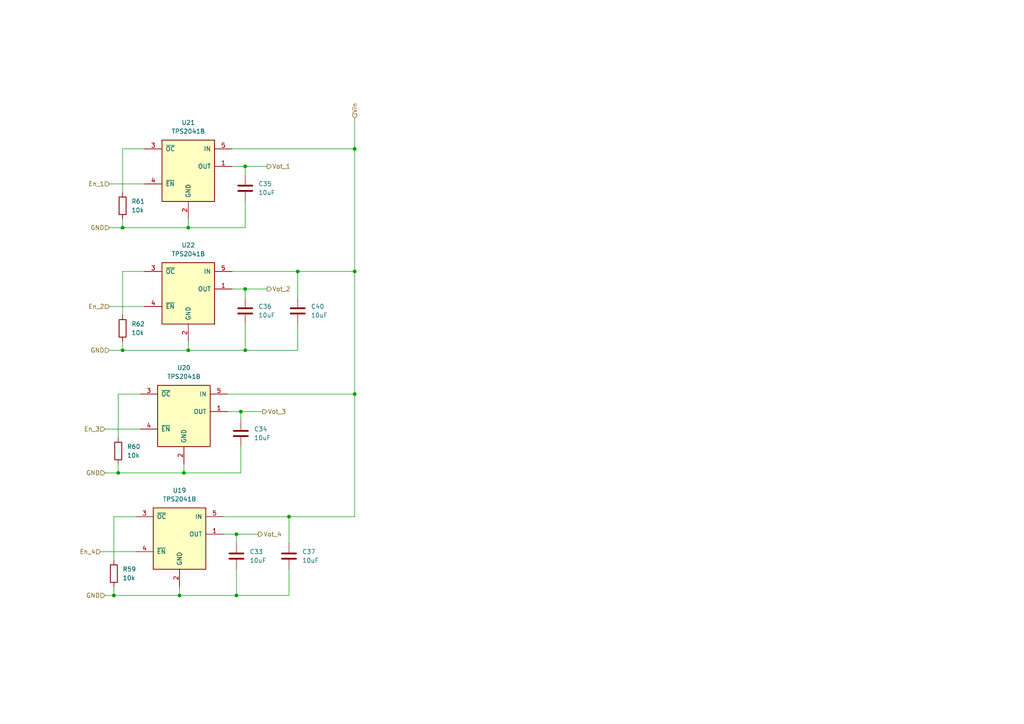
<source format=kicad_sch>
(kicad_sch (version 20211123) (generator eeschema)

  (uuid 91ee75e8-166d-4641-8ca1-9d0d77b8ae9b)

  (paper "A4")

  (lib_symbols
    (symbol "Device:C" (pin_numbers hide) (pin_names (offset 0.254)) (in_bom yes) (on_board yes)
      (property "Reference" "C" (id 0) (at 0.635 2.54 0)
        (effects (font (size 1.27 1.27)) (justify left))
      )
      (property "Value" "C" (id 1) (at 0.635 -2.54 0)
        (effects (font (size 1.27 1.27)) (justify left))
      )
      (property "Footprint" "" (id 2) (at 0.9652 -3.81 0)
        (effects (font (size 1.27 1.27)) hide)
      )
      (property "Datasheet" "~" (id 3) (at 0 0 0)
        (effects (font (size 1.27 1.27)) hide)
      )
      (property "ki_keywords" "cap capacitor" (id 4) (at 0 0 0)
        (effects (font (size 1.27 1.27)) hide)
      )
      (property "ki_description" "Unpolarized capacitor" (id 5) (at 0 0 0)
        (effects (font (size 1.27 1.27)) hide)
      )
      (property "ki_fp_filters" "C_*" (id 6) (at 0 0 0)
        (effects (font (size 1.27 1.27)) hide)
      )
      (symbol "C_0_1"
        (polyline
          (pts
            (xy -2.032 -0.762)
            (xy 2.032 -0.762)
          )
          (stroke (width 0.508) (type default) (color 0 0 0 0))
          (fill (type none))
        )
        (polyline
          (pts
            (xy -2.032 0.762)
            (xy 2.032 0.762)
          )
          (stroke (width 0.508) (type default) (color 0 0 0 0))
          (fill (type none))
        )
      )
      (symbol "C_1_1"
        (pin passive line (at 0 3.81 270) (length 2.794)
          (name "~" (effects (font (size 1.27 1.27))))
          (number "1" (effects (font (size 1.27 1.27))))
        )
        (pin passive line (at 0 -3.81 90) (length 2.794)
          (name "~" (effects (font (size 1.27 1.27))))
          (number "2" (effects (font (size 1.27 1.27))))
        )
      )
    )
    (symbol "Device:R" (pin_numbers hide) (pin_names (offset 0)) (in_bom yes) (on_board yes)
      (property "Reference" "R" (id 0) (at 2.032 0 90)
        (effects (font (size 1.27 1.27)))
      )
      (property "Value" "R" (id 1) (at 0 0 90)
        (effects (font (size 1.27 1.27)))
      )
      (property "Footprint" "" (id 2) (at -1.778 0 90)
        (effects (font (size 1.27 1.27)) hide)
      )
      (property "Datasheet" "~" (id 3) (at 0 0 0)
        (effects (font (size 1.27 1.27)) hide)
      )
      (property "ki_keywords" "R res resistor" (id 4) (at 0 0 0)
        (effects (font (size 1.27 1.27)) hide)
      )
      (property "ki_description" "Resistor" (id 5) (at 0 0 0)
        (effects (font (size 1.27 1.27)) hide)
      )
      (property "ki_fp_filters" "R_*" (id 6) (at 0 0 0)
        (effects (font (size 1.27 1.27)) hide)
      )
      (symbol "R_0_1"
        (rectangle (start -1.016 -2.54) (end 1.016 2.54)
          (stroke (width 0.254) (type default) (color 0 0 0 0))
          (fill (type none))
        )
      )
      (symbol "R_1_1"
        (pin passive line (at 0 3.81 270) (length 1.27)
          (name "~" (effects (font (size 1.27 1.27))))
          (number "1" (effects (font (size 1.27 1.27))))
        )
        (pin passive line (at 0 -3.81 90) (length 1.27)
          (name "~" (effects (font (size 1.27 1.27))))
          (number "2" (effects (font (size 1.27 1.27))))
        )
      )
    )
    (symbol "Power_Management:TPS2041B" (pin_names (offset 1.016)) (in_bom yes) (on_board yes)
      (property "Reference" "U" (id 0) (at 0 10.795 0)
        (effects (font (size 1.27 1.27)))
      )
      (property "Value" "TPS2041B" (id 1) (at 0 8.89 0)
        (effects (font (size 1.27 1.27)))
      )
      (property "Footprint" "Package_TO_SOT_SMD:SOT-23-5" (id 2) (at 0 12.7 0)
        (effects (font (size 1.27 1.27)) hide)
      )
      (property "Datasheet" "http://www.ti.com/lit/ds/symlink/tps2041.pdf" (id 3) (at -1.27 7.62 0)
        (effects (font (size 1.27 1.27)) hide)
      )
      (property "ki_keywords" "1-chanel power-distribution USB" (id 4) (at 0 0 0)
        (effects (font (size 1.27 1.27)) hide)
      )
      (property "ki_description" "Single power-distribution switcher" (id 5) (at 0 0 0)
        (effects (font (size 1.27 1.27)) hide)
      )
      (property "ki_fp_filters" "SOT?23*" (id 6) (at 0 0 0)
        (effects (font (size 1.27 1.27)) hide)
      )
      (symbol "TPS2041B_0_1"
        (rectangle (start -7.62 7.62) (end 7.62 -10.16)
          (stroke (width 0.254) (type default) (color 0 0 0 0))
          (fill (type background))
        )
      )
      (symbol "TPS2041B_1_1"
        (pin power_out line (at 12.7 0 180) (length 5.08)
          (name "OUT" (effects (font (size 1.27 1.27))))
          (number "1" (effects (font (size 1.27 1.27))))
        )
        (pin power_in line (at 0 -15.24 90) (length 5.08)
          (name "GND" (effects (font (size 1.27 1.27))))
          (number "2" (effects (font (size 1.27 1.27))))
        )
        (pin open_collector line (at -12.7 5.08 0) (length 5.08)
          (name "~{OC}" (effects (font (size 1.27 1.27))))
          (number "3" (effects (font (size 1.27 1.27))))
        )
        (pin input line (at -12.7 -5.08 0) (length 5.08)
          (name "~{EN}" (effects (font (size 1.27 1.27))))
          (number "4" (effects (font (size 1.27 1.27))))
        )
        (pin power_in line (at 12.7 5.08 180) (length 5.08)
          (name "IN" (effects (font (size 1.27 1.27))))
          (number "5" (effects (font (size 1.27 1.27))))
        )
      )
    )
  )

  (junction (at 35.56 66.04) (diameter 0) (color 0 0 0 0)
    (uuid 050f2069-9cb2-48b4-a97e-dc0a5db4f70b)
  )
  (junction (at 54.61 101.6) (diameter 0) (color 0 0 0 0)
    (uuid 099c0fb1-d8a2-4078-aff2-c783f9717ac9)
  )
  (junction (at 33.02 172.72) (diameter 0) (color 0 0 0 0)
    (uuid 0fca46f1-adc9-4954-bd8b-9ab6571d3913)
  )
  (junction (at 102.87 78.74) (diameter 0) (color 0 0 0 0)
    (uuid 1f07bde9-892f-4cfb-b824-7fcd963cf544)
  )
  (junction (at 34.29 137.16) (diameter 0) (color 0 0 0 0)
    (uuid 3564eee7-f3bc-4136-b291-7df6d02fe56f)
  )
  (junction (at 35.56 101.6) (diameter 0) (color 0 0 0 0)
    (uuid 3e2a5440-7f95-4db3-bd53-7cb13437ea5d)
  )
  (junction (at 53.34 137.16) (diameter 0) (color 0 0 0 0)
    (uuid 55cae390-a62e-4858-b6c5-41cb89be0959)
  )
  (junction (at 54.61 66.04) (diameter 0) (color 0 0 0 0)
    (uuid 83b509c7-b7bd-47af-a45e-a64cb81b865c)
  )
  (junction (at 69.85 119.38) (diameter 0) (color 0 0 0 0)
    (uuid 9c2768b0-8404-4f82-ac57-7f28dfb96889)
  )
  (junction (at 71.12 101.6) (diameter 0) (color 0 0 0 0)
    (uuid 9f7dbf0a-a3b8-4695-93f6-a43d50965697)
  )
  (junction (at 86.36 78.74) (diameter 0) (color 0 0 0 0)
    (uuid af3e5b94-7a14-4311-93c7-a4e995ecdb48)
  )
  (junction (at 83.82 149.86) (diameter 0) (color 0 0 0 0)
    (uuid b50a7d60-32a6-4e1e-8ac3-985bfb1b9ea6)
  )
  (junction (at 52.07 172.72) (diameter 0) (color 0 0 0 0)
    (uuid be6665ee-6e5a-42e7-8f68-17041b23e2c0)
  )
  (junction (at 102.87 114.3) (diameter 0) (color 0 0 0 0)
    (uuid be68fdb9-2024-4f67-89c4-74abfe04a896)
  )
  (junction (at 71.12 48.26) (diameter 0) (color 0 0 0 0)
    (uuid bf640a45-308b-47b4-96ad-64eaa823318d)
  )
  (junction (at 102.87 43.18) (diameter 0) (color 0 0 0 0)
    (uuid d9b7459c-5fe4-4d38-a216-3c2fda5f62dd)
  )
  (junction (at 71.12 83.82) (diameter 0) (color 0 0 0 0)
    (uuid e8c35112-8390-4bda-bb25-13380df3bd2b)
  )
  (junction (at 68.58 172.72) (diameter 0) (color 0 0 0 0)
    (uuid f90f2c42-b3ec-4a0f-87e4-ddbb6d4b63cb)
  )
  (junction (at 68.58 154.94) (diameter 0) (color 0 0 0 0)
    (uuid fa05818c-5972-4977-8048-c1315b7c4381)
  )

  (wire (pts (xy 71.12 58.42) (xy 71.12 66.04))
    (stroke (width 0) (type default) (color 0 0 0 0))
    (uuid 04aea10a-ef99-4238-9c6d-f7e7676fbed6)
  )
  (wire (pts (xy 31.75 101.6) (xy 35.56 101.6))
    (stroke (width 0) (type default) (color 0 0 0 0))
    (uuid 107a35d6-97ef-4d20-8cf0-6ca2dc7a6282)
  )
  (wire (pts (xy 83.82 172.72) (xy 83.82 165.1))
    (stroke (width 0) (type default) (color 0 0 0 0))
    (uuid 1240e7f1-c2f9-4df6-b12f-79340de71b41)
  )
  (wire (pts (xy 33.02 172.72) (xy 52.07 172.72))
    (stroke (width 0) (type default) (color 0 0 0 0))
    (uuid 1cf6fc26-56d5-4a88-8b0a-97bc26943e1c)
  )
  (wire (pts (xy 54.61 101.6) (xy 71.12 101.6))
    (stroke (width 0) (type default) (color 0 0 0 0))
    (uuid 206124ff-cddd-4c10-8dbb-be347e12e773)
  )
  (wire (pts (xy 69.85 129.54) (xy 69.85 137.16))
    (stroke (width 0) (type default) (color 0 0 0 0))
    (uuid 210011cb-3d91-4e97-a689-35f577869892)
  )
  (wire (pts (xy 33.02 162.56) (xy 33.02 149.86))
    (stroke (width 0) (type default) (color 0 0 0 0))
    (uuid 25227d33-4f74-4228-87d5-d1a00ca7dd09)
  )
  (wire (pts (xy 54.61 63.5) (xy 54.61 66.04))
    (stroke (width 0) (type default) (color 0 0 0 0))
    (uuid 28d67704-51bc-41a9-a5fe-cba481da83fa)
  )
  (wire (pts (xy 71.12 48.26) (xy 77.47 48.26))
    (stroke (width 0) (type default) (color 0 0 0 0))
    (uuid 2dde80bc-6824-4dfb-a2fb-1cded4361f10)
  )
  (wire (pts (xy 86.36 78.74) (xy 102.87 78.74))
    (stroke (width 0) (type default) (color 0 0 0 0))
    (uuid 2e52b452-b670-4b38-94e5-6ec911d93e3b)
  )
  (wire (pts (xy 71.12 83.82) (xy 77.47 83.82))
    (stroke (width 0) (type default) (color 0 0 0 0))
    (uuid 3098f4a0-5644-4ff5-8317-a7e36a132f4f)
  )
  (wire (pts (xy 67.31 78.74) (xy 86.36 78.74))
    (stroke (width 0) (type default) (color 0 0 0 0))
    (uuid 33abd493-7fff-4de3-ba4d-534bfe708dea)
  )
  (wire (pts (xy 30.48 124.46) (xy 40.64 124.46))
    (stroke (width 0) (type default) (color 0 0 0 0))
    (uuid 372e2750-fd25-4efd-92e5-3e8e2c86c53b)
  )
  (wire (pts (xy 69.85 119.38) (xy 76.2 119.38))
    (stroke (width 0) (type default) (color 0 0 0 0))
    (uuid 3daba27b-c241-41a7-82e0-d55c9f0fa974)
  )
  (wire (pts (xy 34.29 134.62) (xy 34.29 137.16))
    (stroke (width 0) (type default) (color 0 0 0 0))
    (uuid 435f3a0a-dbd3-49ea-a0c1-d022a0aaf86e)
  )
  (wire (pts (xy 66.04 119.38) (xy 69.85 119.38))
    (stroke (width 0) (type default) (color 0 0 0 0))
    (uuid 44d9b98f-319d-4678-b25b-bfbed2649071)
  )
  (wire (pts (xy 35.56 63.5) (xy 35.56 66.04))
    (stroke (width 0) (type default) (color 0 0 0 0))
    (uuid 4fbbb1bf-a061-408c-a551-965096a3a39c)
  )
  (wire (pts (xy 64.77 149.86) (xy 83.82 149.86))
    (stroke (width 0) (type default) (color 0 0 0 0))
    (uuid 57198693-56d1-47bd-8356-d55a37a8a434)
  )
  (wire (pts (xy 102.87 34.29) (xy 102.87 43.18))
    (stroke (width 0) (type default) (color 0 0 0 0))
    (uuid 6039ecda-5942-4d8f-a22c-99f04cc809a3)
  )
  (wire (pts (xy 31.75 53.34) (xy 41.91 53.34))
    (stroke (width 0) (type default) (color 0 0 0 0))
    (uuid 616ec891-393d-489b-8d6d-a102470c6806)
  )
  (wire (pts (xy 53.34 137.16) (xy 69.85 137.16))
    (stroke (width 0) (type default) (color 0 0 0 0))
    (uuid 61dc0ae4-73d8-44d1-b6b5-82a9a414c3b0)
  )
  (wire (pts (xy 102.87 43.18) (xy 102.87 78.74))
    (stroke (width 0) (type default) (color 0 0 0 0))
    (uuid 62c30732-3f0c-4417-87b8-a43f44dd2b22)
  )
  (wire (pts (xy 67.31 48.26) (xy 71.12 48.26))
    (stroke (width 0) (type default) (color 0 0 0 0))
    (uuid 690dbdcf-c4a3-4230-9cf7-c1e6f35644d8)
  )
  (wire (pts (xy 86.36 101.6) (xy 86.36 93.98))
    (stroke (width 0) (type default) (color 0 0 0 0))
    (uuid 6a4b55c6-37a1-4681-a437-4f2ec8ebee2b)
  )
  (wire (pts (xy 102.87 78.74) (xy 102.87 114.3))
    (stroke (width 0) (type default) (color 0 0 0 0))
    (uuid 7834c734-0c6c-407f-8025-e0fd78775a2a)
  )
  (wire (pts (xy 30.48 172.72) (xy 33.02 172.72))
    (stroke (width 0) (type default) (color 0 0 0 0))
    (uuid 78759b09-670b-44f9-a40b-e801ef194c79)
  )
  (wire (pts (xy 71.12 48.26) (xy 71.12 50.8))
    (stroke (width 0) (type default) (color 0 0 0 0))
    (uuid 7d972af6-0d60-436c-88ff-07fdaa77565f)
  )
  (wire (pts (xy 68.58 165.1) (xy 68.58 172.72))
    (stroke (width 0) (type default) (color 0 0 0 0))
    (uuid 81d02859-c30c-4ae7-9ac6-4611361ba04a)
  )
  (wire (pts (xy 35.56 91.44) (xy 35.56 78.74))
    (stroke (width 0) (type default) (color 0 0 0 0))
    (uuid 873eaa3d-0ade-4c5b-b124-5664f7940f6f)
  )
  (wire (pts (xy 30.48 137.16) (xy 34.29 137.16))
    (stroke (width 0) (type default) (color 0 0 0 0))
    (uuid 8bfd1a0e-2685-42eb-8aac-be44262bad93)
  )
  (wire (pts (xy 68.58 172.72) (xy 83.82 172.72))
    (stroke (width 0) (type default) (color 0 0 0 0))
    (uuid 8d180443-c2e1-4efe-8697-062d82bfe04c)
  )
  (wire (pts (xy 71.12 83.82) (xy 71.12 86.36))
    (stroke (width 0) (type default) (color 0 0 0 0))
    (uuid 91f88085-3470-4b2b-9e6a-b5c0068f87f8)
  )
  (wire (pts (xy 35.56 99.06) (xy 35.56 101.6))
    (stroke (width 0) (type default) (color 0 0 0 0))
    (uuid 924832c4-ca2a-4a34-9ef3-bd7ec8859a5e)
  )
  (wire (pts (xy 71.12 93.98) (xy 71.12 101.6))
    (stroke (width 0) (type default) (color 0 0 0 0))
    (uuid 93e6d2b1-9ba2-4723-b345-81c46d8e5338)
  )
  (wire (pts (xy 35.56 66.04) (xy 54.61 66.04))
    (stroke (width 0) (type default) (color 0 0 0 0))
    (uuid 96a2fa0e-7bd8-4261-9ade-1ad141be5bd5)
  )
  (wire (pts (xy 35.56 43.18) (xy 41.91 43.18))
    (stroke (width 0) (type default) (color 0 0 0 0))
    (uuid a25cd86c-cdda-4de1-9428-4fc87191f9a2)
  )
  (wire (pts (xy 31.75 66.04) (xy 35.56 66.04))
    (stroke (width 0) (type default) (color 0 0 0 0))
    (uuid ab10238a-1421-4681-9124-24a7d4f6416f)
  )
  (wire (pts (xy 35.56 55.88) (xy 35.56 43.18))
    (stroke (width 0) (type default) (color 0 0 0 0))
    (uuid ab7284c3-8b9a-4fcf-80f0-08b42dc12a01)
  )
  (wire (pts (xy 34.29 127) (xy 34.29 114.3))
    (stroke (width 0) (type default) (color 0 0 0 0))
    (uuid ad2056e7-64ce-4bbe-8ccd-a060f00fd788)
  )
  (wire (pts (xy 35.56 78.74) (xy 41.91 78.74))
    (stroke (width 0) (type default) (color 0 0 0 0))
    (uuid b1d18c23-6a0f-40a7-805c-ac87377888be)
  )
  (wire (pts (xy 53.34 134.62) (xy 53.34 137.16))
    (stroke (width 0) (type default) (color 0 0 0 0))
    (uuid b2b25197-7f43-4bc5-acbb-dd6f902fe604)
  )
  (wire (pts (xy 29.21 160.02) (xy 39.37 160.02))
    (stroke (width 0) (type default) (color 0 0 0 0))
    (uuid b3c3017c-cba5-4903-9bdf-aa8f2e45ed1d)
  )
  (wire (pts (xy 33.02 170.18) (xy 33.02 172.72))
    (stroke (width 0) (type default) (color 0 0 0 0))
    (uuid b4b480c9-6e27-42ee-b16a-d3582a030239)
  )
  (wire (pts (xy 52.07 170.18) (xy 52.07 172.72))
    (stroke (width 0) (type default) (color 0 0 0 0))
    (uuid b585c61b-0959-4a74-bb55-4e1ca429c5f2)
  )
  (wire (pts (xy 102.87 114.3) (xy 102.87 149.86))
    (stroke (width 0) (type default) (color 0 0 0 0))
    (uuid b60bcb12-b078-464b-9938-74f949cb1aca)
  )
  (wire (pts (xy 102.87 149.86) (xy 83.82 149.86))
    (stroke (width 0) (type default) (color 0 0 0 0))
    (uuid b6a3036d-a7f3-4d2b-83fe-3d11da3a1dfb)
  )
  (wire (pts (xy 64.77 154.94) (xy 68.58 154.94))
    (stroke (width 0) (type default) (color 0 0 0 0))
    (uuid be16dedf-f708-4b82-83be-364bbb2a7af2)
  )
  (wire (pts (xy 68.58 154.94) (xy 68.58 157.48))
    (stroke (width 0) (type default) (color 0 0 0 0))
    (uuid be5c1348-9ed8-4c4f-bb6f-57188ecaa6bf)
  )
  (wire (pts (xy 33.02 149.86) (xy 39.37 149.86))
    (stroke (width 0) (type default) (color 0 0 0 0))
    (uuid bfc72b3b-105f-46f6-89d5-46269ae7711d)
  )
  (wire (pts (xy 68.58 154.94) (xy 74.93 154.94))
    (stroke (width 0) (type default) (color 0 0 0 0))
    (uuid c2c245b5-130a-4863-afed-15f3f9def661)
  )
  (wire (pts (xy 34.29 114.3) (xy 40.64 114.3))
    (stroke (width 0) (type default) (color 0 0 0 0))
    (uuid c2d5281c-959d-46c0-a7ab-9cd1dedd2523)
  )
  (wire (pts (xy 86.36 78.74) (xy 86.36 86.36))
    (stroke (width 0) (type default) (color 0 0 0 0))
    (uuid c5d0ae7b-5625-492e-a0e0-81640b9a1683)
  )
  (wire (pts (xy 67.31 43.18) (xy 102.87 43.18))
    (stroke (width 0) (type default) (color 0 0 0 0))
    (uuid cb353a3e-1674-45dd-8692-23f36931d787)
  )
  (wire (pts (xy 71.12 101.6) (xy 86.36 101.6))
    (stroke (width 0) (type default) (color 0 0 0 0))
    (uuid cf8d683d-bdc0-4781-9279-b91c0ef6c69e)
  )
  (wire (pts (xy 34.29 137.16) (xy 53.34 137.16))
    (stroke (width 0) (type default) (color 0 0 0 0))
    (uuid d40c7184-1332-4c49-8d06-7eb7913a6a92)
  )
  (wire (pts (xy 35.56 101.6) (xy 54.61 101.6))
    (stroke (width 0) (type default) (color 0 0 0 0))
    (uuid e075f64b-bb35-4aba-a7fc-0be89acd8160)
  )
  (wire (pts (xy 66.04 114.3) (xy 102.87 114.3))
    (stroke (width 0) (type default) (color 0 0 0 0))
    (uuid e20a17bd-39fc-4be6-b999-60f9bde7a60a)
  )
  (wire (pts (xy 83.82 149.86) (xy 83.82 157.48))
    (stroke (width 0) (type default) (color 0 0 0 0))
    (uuid e79ca83f-2596-4669-ae9d-15dd2f9ed7c1)
  )
  (wire (pts (xy 52.07 172.72) (xy 68.58 172.72))
    (stroke (width 0) (type default) (color 0 0 0 0))
    (uuid f0e27480-cdf2-4885-a310-406fdc91d678)
  )
  (wire (pts (xy 67.31 83.82) (xy 71.12 83.82))
    (stroke (width 0) (type default) (color 0 0 0 0))
    (uuid f1e31a44-18cd-43f5-a0d3-dfbad004a5cd)
  )
  (wire (pts (xy 31.75 88.9) (xy 41.91 88.9))
    (stroke (width 0) (type default) (color 0 0 0 0))
    (uuid f3b4412e-8a4c-4a55-bc38-ae35d8bee6ab)
  )
  (wire (pts (xy 54.61 66.04) (xy 71.12 66.04))
    (stroke (width 0) (type default) (color 0 0 0 0))
    (uuid f971c771-083b-4871-93a3-5b5a475f8e52)
  )
  (wire (pts (xy 54.61 99.06) (xy 54.61 101.6))
    (stroke (width 0) (type default) (color 0 0 0 0))
    (uuid f9a3ad26-c474-4fa2-af27-7867bacc880a)
  )
  (wire (pts (xy 69.85 119.38) (xy 69.85 121.92))
    (stroke (width 0) (type default) (color 0 0 0 0))
    (uuid fe4e5d19-b75c-4c56-b7a6-caf13290a5cc)
  )

  (hierarchical_label "Vot_4" (shape output) (at 74.93 154.94 0)
    (effects (font (size 1.27 1.27)) (justify left))
    (uuid 05646a0d-c019-4d9f-aee3-3578cb2556ef)
  )
  (hierarchical_label "GND" (shape input) (at 31.75 66.04 180)
    (effects (font (size 1.27 1.27)) (justify right))
    (uuid 0dd419fa-9768-4a54-881d-36873d1a3cb4)
  )
  (hierarchical_label "Vot_1" (shape output) (at 77.47 48.26 0)
    (effects (font (size 1.27 1.27)) (justify left))
    (uuid 247d5b69-4ce2-4e90-9101-ef112f66e2f4)
  )
  (hierarchical_label "En_1" (shape input) (at 31.75 53.34 180)
    (effects (font (size 1.27 1.27)) (justify right))
    (uuid 2a7e3715-37d8-4240-90c6-22491b19eadc)
  )
  (hierarchical_label "En_2" (shape input) (at 31.75 88.9 180)
    (effects (font (size 1.27 1.27)) (justify right))
    (uuid 306b0453-b547-4a5e-8c33-e81ef7591b0d)
  )
  (hierarchical_label "En_3" (shape input) (at 30.48 124.46 180)
    (effects (font (size 1.27 1.27)) (justify right))
    (uuid 63d5b769-cdca-4a91-96fa-2c1acda6836f)
  )
  (hierarchical_label "GND" (shape input) (at 31.75 101.6 180)
    (effects (font (size 1.27 1.27)) (justify right))
    (uuid 77df0731-5458-4e01-b42d-cf529f9e8a52)
  )
  (hierarchical_label "GND" (shape input) (at 30.48 137.16 180)
    (effects (font (size 1.27 1.27)) (justify right))
    (uuid 79848954-d5f7-4d4e-b447-535808a17380)
  )
  (hierarchical_label "Vot_3" (shape output) (at 76.2 119.38 0)
    (effects (font (size 1.27 1.27)) (justify left))
    (uuid 973e5ab2-3378-4c8d-b31e-bbd033d13f13)
  )
  (hierarchical_label "En_4" (shape input) (at 29.21 160.02 180)
    (effects (font (size 1.27 1.27)) (justify right))
    (uuid b102bac7-d755-4f62-8984-081e8d1a5c75)
  )
  (hierarchical_label "Vot_2" (shape output) (at 77.47 83.82 0)
    (effects (font (size 1.27 1.27)) (justify left))
    (uuid b17886e5-135e-441d-95d1-3b9b00ea9887)
  )
  (hierarchical_label "Vin" (shape input) (at 102.87 34.29 90)
    (effects (font (size 1.27 1.27)) (justify left))
    (uuid c1a97ffa-6f32-4462-946d-844a32f93891)
  )
  (hierarchical_label "GND" (shape input) (at 30.48 172.72 180)
    (effects (font (size 1.27 1.27)) (justify right))
    (uuid c5fb0733-76f3-4ae8-b44d-35fc45e18e96)
  )

  (symbol (lib_id "Device:C") (at 83.82 161.29 0) (unit 1)
    (in_bom yes) (on_board yes) (fields_autoplaced)
    (uuid 1d8e149e-2d11-4df4-8c68-02df3d7c5703)
    (property "Reference" "C37" (id 0) (at 87.63 160.0199 0)
      (effects (font (size 1.27 1.27)) (justify left))
    )
    (property "Value" "10uF" (id 1) (at 87.63 162.5599 0)
      (effects (font (size 1.27 1.27)) (justify left))
    )
    (property "Footprint" "Capacitor_SMD:C_0805_2012Metric" (id 2) (at 84.7852 165.1 0)
      (effects (font (size 1.27 1.27)) hide)
    )
    (property "Datasheet" "~" (id 3) (at 83.82 161.29 0)
      (effects (font (size 1.27 1.27)) hide)
    )
    (pin "1" (uuid c5afadb6-70f8-4199-9885-918cbdb6c3e6))
    (pin "2" (uuid d2b32969-cebc-4ac5-a219-de3e9ce48b99))
  )

  (symbol (lib_id "Device:C") (at 71.12 54.61 0) (unit 1)
    (in_bom yes) (on_board yes) (fields_autoplaced)
    (uuid 286c785b-9815-4473-93e0-742ec62391ac)
    (property "Reference" "C35" (id 0) (at 74.93 53.3399 0)
      (effects (font (size 1.27 1.27)) (justify left))
    )
    (property "Value" "10uF" (id 1) (at 74.93 55.8799 0)
      (effects (font (size 1.27 1.27)) (justify left))
    )
    (property "Footprint" "Capacitor_SMD:C_0805_2012Metric" (id 2) (at 72.0852 58.42 0)
      (effects (font (size 1.27 1.27)) hide)
    )
    (property "Datasheet" "~" (id 3) (at 71.12 54.61 0)
      (effects (font (size 1.27 1.27)) hide)
    )
    (pin "1" (uuid 516ac933-181e-4105-832d-8cbca369375a))
    (pin "2" (uuid 723aa914-efcb-406d-bd29-3f950c1140db))
  )

  (symbol (lib_id "Device:C") (at 86.36 90.17 0) (unit 1)
    (in_bom yes) (on_board yes) (fields_autoplaced)
    (uuid 3040a132-ace5-4acd-b945-2eb89cfaf31f)
    (property "Reference" "C40" (id 0) (at 90.17 88.8999 0)
      (effects (font (size 1.27 1.27)) (justify left))
    )
    (property "Value" "10uF" (id 1) (at 90.17 91.4399 0)
      (effects (font (size 1.27 1.27)) (justify left))
    )
    (property "Footprint" "Capacitor_SMD:C_0805_2012Metric" (id 2) (at 87.3252 93.98 0)
      (effects (font (size 1.27 1.27)) hide)
    )
    (property "Datasheet" "~" (id 3) (at 86.36 90.17 0)
      (effects (font (size 1.27 1.27)) hide)
    )
    (pin "1" (uuid bc0a87ea-9bef-4f79-841a-c823441b13bd))
    (pin "2" (uuid 5d085de3-7ea5-4e57-a17e-2ed1b1eabf65))
  )

  (symbol (lib_id "Device:C") (at 68.58 161.29 0) (unit 1)
    (in_bom yes) (on_board yes) (fields_autoplaced)
    (uuid 6a9c1326-1a39-46ea-b883-a52f8e02d2e1)
    (property "Reference" "C33" (id 0) (at 72.39 160.0199 0)
      (effects (font (size 1.27 1.27)) (justify left))
    )
    (property "Value" "10uF" (id 1) (at 72.39 162.5599 0)
      (effects (font (size 1.27 1.27)) (justify left))
    )
    (property "Footprint" "Capacitor_SMD:C_0805_2012Metric" (id 2) (at 69.5452 165.1 0)
      (effects (font (size 1.27 1.27)) hide)
    )
    (property "Datasheet" "~" (id 3) (at 68.58 161.29 0)
      (effects (font (size 1.27 1.27)) hide)
    )
    (pin "1" (uuid 224774d8-cc67-4d4f-89bb-81eb7cefd0d2))
    (pin "2" (uuid 206613e3-d5f8-4ca7-9429-ec8d192669dd))
  )

  (symbol (lib_id "Device:R") (at 35.56 95.25 180) (unit 1)
    (in_bom yes) (on_board yes) (fields_autoplaced)
    (uuid 700e6460-b48f-461a-9bb0-c49064ae99bb)
    (property "Reference" "R62" (id 0) (at 38.1 93.9799 0)
      (effects (font (size 1.27 1.27)) (justify right))
    )
    (property "Value" "10k" (id 1) (at 38.1 96.5199 0)
      (effects (font (size 1.27 1.27)) (justify right))
    )
    (property "Footprint" "Resistor_SMD:R_0603_1608Metric" (id 2) (at 37.338 95.25 90)
      (effects (font (size 1.27 1.27)) hide)
    )
    (property "Datasheet" "~" (id 3) (at 35.56 95.25 0)
      (effects (font (size 1.27 1.27)) hide)
    )
    (pin "1" (uuid 98009e15-2271-4215-89c2-c39fc4c68b9e))
    (pin "2" (uuid f05ee9aa-0103-4efa-b0bb-c231ae27b21c))
  )

  (symbol (lib_id "Power_Management:TPS2041B") (at 54.61 83.82 0) (unit 1)
    (in_bom yes) (on_board yes) (fields_autoplaced)
    (uuid 70c0315c-f130-442a-b6eb-08a87d65526f)
    (property "Reference" "U22" (id 0) (at 54.61 71.12 0))
    (property "Value" "TPS2041B" (id 1) (at 54.61 73.66 0))
    (property "Footprint" "Package_TO_SOT_SMD:SOT-23-5" (id 2) (at 54.61 71.12 0)
      (effects (font (size 1.27 1.27)) hide)
    )
    (property "Datasheet" "http://www.ti.com/lit/ds/symlink/tps2041.pdf" (id 3) (at 53.34 76.2 0)
      (effects (font (size 1.27 1.27)) hide)
    )
    (pin "1" (uuid c22d20c1-0097-4cea-8f56-8bff1618bc53))
    (pin "2" (uuid eab413d1-c9a8-461e-84ec-c187fe484452))
    (pin "3" (uuid 63bd2b6f-80f8-4025-98d3-65cb1db0bfb6))
    (pin "4" (uuid 8df7abcf-4d65-4ed0-8ee1-69071ffeb473))
    (pin "5" (uuid 2fe91d46-63c4-4b5f-be63-a992d837bc29))
  )

  (symbol (lib_id "Device:C") (at 71.12 90.17 0) (unit 1)
    (in_bom yes) (on_board yes) (fields_autoplaced)
    (uuid 71101991-6099-4e49-baf0-b7cea591c68b)
    (property "Reference" "C36" (id 0) (at 74.93 88.8999 0)
      (effects (font (size 1.27 1.27)) (justify left))
    )
    (property "Value" "10uF" (id 1) (at 74.93 91.4399 0)
      (effects (font (size 1.27 1.27)) (justify left))
    )
    (property "Footprint" "Capacitor_SMD:C_0805_2012Metric" (id 2) (at 72.0852 93.98 0)
      (effects (font (size 1.27 1.27)) hide)
    )
    (property "Datasheet" "~" (id 3) (at 71.12 90.17 0)
      (effects (font (size 1.27 1.27)) hide)
    )
    (pin "1" (uuid 90342dcf-5067-4b26-a7ba-d72b7403b9bb))
    (pin "2" (uuid b2ed65ad-a331-4130-b840-6a6f42817ce5))
  )

  (symbol (lib_id "Device:R") (at 33.02 166.37 180) (unit 1)
    (in_bom yes) (on_board yes) (fields_autoplaced)
    (uuid 81da0280-48b6-478b-964c-4e7a9f20026e)
    (property "Reference" "R59" (id 0) (at 35.56 165.0999 0)
      (effects (font (size 1.27 1.27)) (justify right))
    )
    (property "Value" "10k" (id 1) (at 35.56 167.6399 0)
      (effects (font (size 1.27 1.27)) (justify right))
    )
    (property "Footprint" "Resistor_SMD:R_0603_1608Metric" (id 2) (at 34.798 166.37 90)
      (effects (font (size 1.27 1.27)) hide)
    )
    (property "Datasheet" "~" (id 3) (at 33.02 166.37 0)
      (effects (font (size 1.27 1.27)) hide)
    )
    (pin "1" (uuid 792df0b9-98c2-46f8-a78a-35287461b60d))
    (pin "2" (uuid 34208cdb-7199-4e7c-af5e-46b1bbcff6ba))
  )

  (symbol (lib_id "Device:R") (at 35.56 59.69 180) (unit 1)
    (in_bom yes) (on_board yes) (fields_autoplaced)
    (uuid 879f94a7-ea73-4f6f-820d-0f52e3881c31)
    (property "Reference" "R61" (id 0) (at 38.1 58.4199 0)
      (effects (font (size 1.27 1.27)) (justify right))
    )
    (property "Value" "10k" (id 1) (at 38.1 60.9599 0)
      (effects (font (size 1.27 1.27)) (justify right))
    )
    (property "Footprint" "Resistor_SMD:R_0603_1608Metric" (id 2) (at 37.338 59.69 90)
      (effects (font (size 1.27 1.27)) hide)
    )
    (property "Datasheet" "~" (id 3) (at 35.56 59.69 0)
      (effects (font (size 1.27 1.27)) hide)
    )
    (pin "1" (uuid 5e932c2e-608a-4ab6-baf2-da73fc96ed49))
    (pin "2" (uuid 895da5c3-e91c-4017-8de1-d260e569e75b))
  )

  (symbol (lib_id "Device:C") (at 69.85 125.73 0) (unit 1)
    (in_bom yes) (on_board yes) (fields_autoplaced)
    (uuid 9dad2fbc-69f5-4c1c-b46f-3a03fe015ced)
    (property "Reference" "C34" (id 0) (at 73.66 124.4599 0)
      (effects (font (size 1.27 1.27)) (justify left))
    )
    (property "Value" "10uF" (id 1) (at 73.66 126.9999 0)
      (effects (font (size 1.27 1.27)) (justify left))
    )
    (property "Footprint" "Capacitor_SMD:C_0805_2012Metric" (id 2) (at 70.8152 129.54 0)
      (effects (font (size 1.27 1.27)) hide)
    )
    (property "Datasheet" "~" (id 3) (at 69.85 125.73 0)
      (effects (font (size 1.27 1.27)) hide)
    )
    (pin "1" (uuid 7763fe05-9e28-4f1b-8799-d7c485e30587))
    (pin "2" (uuid 67b26469-9cd1-43cd-860b-a7266286ed0e))
  )

  (symbol (lib_id "Power_Management:TPS2041B") (at 53.34 119.38 0) (unit 1)
    (in_bom yes) (on_board yes) (fields_autoplaced)
    (uuid b10cb812-69eb-4988-804a-5b6d79e14b97)
    (property "Reference" "U20" (id 0) (at 53.34 106.68 0))
    (property "Value" "TPS2041B" (id 1) (at 53.34 109.22 0))
    (property "Footprint" "Package_TO_SOT_SMD:SOT-23-5" (id 2) (at 53.34 106.68 0)
      (effects (font (size 1.27 1.27)) hide)
    )
    (property "Datasheet" "http://www.ti.com/lit/ds/symlink/tps2041.pdf" (id 3) (at 52.07 111.76 0)
      (effects (font (size 1.27 1.27)) hide)
    )
    (pin "1" (uuid 5d778dad-777f-4207-bf1f-0cf888288be9))
    (pin "2" (uuid e1c09374-49f4-4a82-a364-2a0e1fbb05bd))
    (pin "3" (uuid 20c219e1-4806-4e04-9ec7-857c54c90f74))
    (pin "4" (uuid 80764347-f5fa-4f8e-a37f-33932d449767))
    (pin "5" (uuid 68e69983-0d80-434c-82b1-7b51fd4aa2d3))
  )

  (symbol (lib_id "Power_Management:TPS2041B") (at 52.07 154.94 0) (unit 1)
    (in_bom yes) (on_board yes) (fields_autoplaced)
    (uuid b3cf92de-1ace-42a4-9aeb-4a0c3363bcfa)
    (property "Reference" "U19" (id 0) (at 52.07 142.24 0))
    (property "Value" "TPS2041B" (id 1) (at 52.07 144.78 0))
    (property "Footprint" "Package_TO_SOT_SMD:SOT-23-5" (id 2) (at 52.07 142.24 0)
      (effects (font (size 1.27 1.27)) hide)
    )
    (property "Datasheet" "http://www.ti.com/lit/ds/symlink/tps2041.pdf" (id 3) (at 50.8 147.32 0)
      (effects (font (size 1.27 1.27)) hide)
    )
    (pin "1" (uuid e092d6c0-5164-4592-82cd-d764c79dba6f))
    (pin "2" (uuid 44db47b9-130f-47b4-8936-4d258cdc9515))
    (pin "3" (uuid 88143422-23d6-41e3-b3db-2d4898c7c011))
    (pin "4" (uuid 7a089804-a23e-48d4-bc1f-3767ea1bd81a))
    (pin "5" (uuid 2d6a684f-968a-499f-badd-fe20bbf4f2fa))
  )

  (symbol (lib_id "Power_Management:TPS2041B") (at 54.61 48.26 0) (unit 1)
    (in_bom yes) (on_board yes) (fields_autoplaced)
    (uuid daf8f747-3202-427c-9e01-f98f15a26bc0)
    (property "Reference" "U21" (id 0) (at 54.61 35.56 0))
    (property "Value" "TPS2041B" (id 1) (at 54.61 38.1 0))
    (property "Footprint" "Package_TO_SOT_SMD:SOT-23-5" (id 2) (at 54.61 35.56 0)
      (effects (font (size 1.27 1.27)) hide)
    )
    (property "Datasheet" "http://www.ti.com/lit/ds/symlink/tps2041.pdf" (id 3) (at 53.34 40.64 0)
      (effects (font (size 1.27 1.27)) hide)
    )
    (pin "1" (uuid 27c9f3a9-6330-4e7d-90cb-84ea104d030f))
    (pin "2" (uuid 3a6a817a-16d9-437e-82cd-8359d6a5ff96))
    (pin "3" (uuid f6fcc7f2-d4d5-4eee-928c-fedc3d577011))
    (pin "4" (uuid c7e41d06-4199-485c-aecf-11a7c5c3737b))
    (pin "5" (uuid 2783ee35-4b0b-4543-ac3e-5c7ab955a761))
  )

  (symbol (lib_id "Device:R") (at 34.29 130.81 180) (unit 1)
    (in_bom yes) (on_board yes) (fields_autoplaced)
    (uuid fb88888c-aa17-432d-9f51-79c4e2966148)
    (property "Reference" "R60" (id 0) (at 36.83 129.5399 0)
      (effects (font (size 1.27 1.27)) (justify right))
    )
    (property "Value" "10k" (id 1) (at 36.83 132.0799 0)
      (effects (font (size 1.27 1.27)) (justify right))
    )
    (property "Footprint" "Resistor_SMD:R_0603_1608Metric" (id 2) (at 36.068 130.81 90)
      (effects (font (size 1.27 1.27)) hide)
    )
    (property "Datasheet" "~" (id 3) (at 34.29 130.81 0)
      (effects (font (size 1.27 1.27)) hide)
    )
    (pin "1" (uuid 580d1188-460f-4eb3-8742-68c674cc7200))
    (pin "2" (uuid ac021bae-4a28-4ded-a722-b72e397ffb19))
  )
)

</source>
